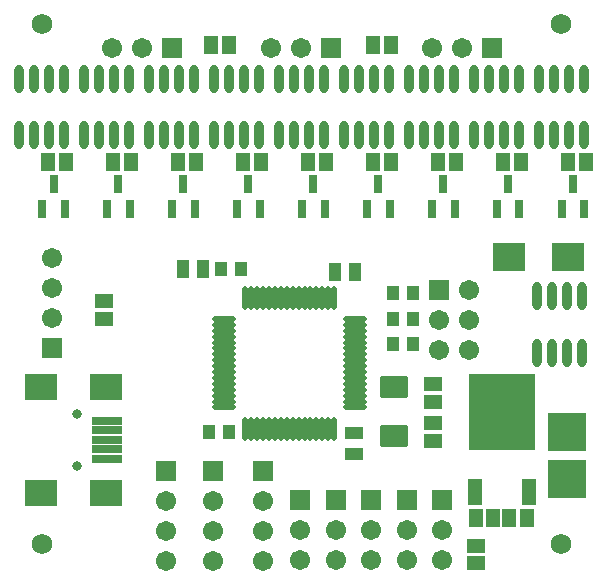
<source format=gts>
%FSLAX43Y43*%
%MOMM*%
G71*
G01*
G75*
G04 Layer_Color=8388736*
%ADD10R,0.900X1.000*%
%ADD11R,2.500X2.000*%
%ADD12R,2.300X0.500*%
%ADD13R,2.600X2.200*%
%ADD14R,0.900X1.400*%
%ADD15R,1.100X1.400*%
%ADD16O,0.600X2.200*%
%ADD17R,0.600X1.300*%
%ADD18R,1.400X1.100*%
G04:AMPARAMS|DCode=19|XSize=1.7mm|YSize=2.2mm|CornerRadius=0.043mm|HoleSize=0mm|Usage=FLASHONLY|Rotation=90.000|XOffset=0mm|YOffset=0mm|HoleType=Round|Shape=RoundedRectangle|*
%AMROUNDEDRECTD19*
21,1,1.700,2.115,0,0,90.0*
21,1,1.615,2.200,0,0,90.0*
1,1,0.085,1.058,0.808*
1,1,0.085,1.058,-0.808*
1,1,0.085,-1.058,-0.808*
1,1,0.085,-1.058,0.808*
%
%ADD19ROUNDEDRECTD19*%
%ADD20O,1.800X0.300*%
%ADD21O,0.300X1.800*%
%ADD22R,1.400X0.900*%
%ADD23R,1.000X2.100*%
%ADD24R,5.400X6.200*%
%ADD25C,0.254*%
%ADD26C,0.500*%
%ADD27C,1.000*%
%ADD28C,2.000*%
%ADD29C,0.600*%
%ADD30R,1.500X1.500*%
%ADD31C,1.500*%
%ADD32R,3.000X3.000*%
%ADD33R,1.500X1.500*%
%ADD34C,1.524*%
%ADD35C,1.270*%
%ADD36C,1.100*%
%ADD37C,1.000*%
%ADD38R,1.000X0.900*%
%ADD39C,0.250*%
%ADD40C,0.600*%
%ADD41C,0.200*%
%ADD42C,0.100*%
%ADD43C,0.400*%
%ADD44R,1.103X1.203*%
%ADD45R,2.703X2.203*%
%ADD46R,2.503X0.703*%
%ADD47R,2.803X2.403*%
%ADD48R,1.103X1.603*%
%ADD49R,1.303X1.603*%
%ADD50O,0.803X2.403*%
%ADD51R,0.803X1.503*%
%ADD52R,1.603X1.303*%
G04:AMPARAMS|DCode=53|XSize=1.903mm|YSize=2.403mm|CornerRadius=0.144mm|HoleSize=0mm|Usage=FLASHONLY|Rotation=90.000|XOffset=0mm|YOffset=0mm|HoleType=Round|Shape=RoundedRectangle|*
%AMROUNDEDRECTD53*
21,1,1.903,2.115,0,0,90.0*
21,1,1.615,2.403,0,0,90.0*
1,1,0.288,1.058,0.808*
1,1,0.288,1.058,-0.808*
1,1,0.288,-1.058,-0.808*
1,1,0.288,-1.058,0.808*
%
%ADD53ROUNDEDRECTD53*%
%ADD54O,2.003X0.503*%
%ADD55O,0.503X2.003*%
%ADD56R,1.603X1.103*%
%ADD57R,1.203X2.303*%
%ADD58R,5.603X6.403*%
%ADD59C,0.803*%
%ADD60R,1.703X1.703*%
%ADD61C,1.703*%
%ADD62R,3.203X3.203*%
%ADD63R,1.703X1.703*%
%ADD64C,1.727*%
%ADD65C,1.473*%
D44*
X17150Y12500D02*
D03*
X18850D02*
D03*
X32750Y24200D02*
D03*
X34450D02*
D03*
X18150Y26300D02*
D03*
X19850D02*
D03*
X32750Y19900D02*
D03*
X34450D02*
D03*
X32750Y22000D02*
D03*
X34450D02*
D03*
D45*
X8450Y7350D02*
D03*
Y16250D02*
D03*
X2950D02*
D03*
Y7350D02*
D03*
D46*
X8550Y10200D02*
D03*
Y11000D02*
D03*
Y11800D02*
D03*
Y12600D02*
D03*
Y13400D02*
D03*
D47*
X42600Y27300D02*
D03*
X47600D02*
D03*
D48*
X27850Y26000D02*
D03*
X29550D02*
D03*
X14950Y26300D02*
D03*
X16650D02*
D03*
D49*
X42050Y35300D02*
D03*
X43550D02*
D03*
X47550D02*
D03*
X49050D02*
D03*
X3550D02*
D03*
X5050D02*
D03*
X20050D02*
D03*
X21550D02*
D03*
X9050D02*
D03*
X10550D02*
D03*
X25550D02*
D03*
X27050D02*
D03*
X14550D02*
D03*
X16050D02*
D03*
X31050D02*
D03*
X32550D02*
D03*
X36550D02*
D03*
X38050D02*
D03*
X18850Y45200D02*
D03*
X17350D02*
D03*
X31050Y45200D02*
D03*
X32550D02*
D03*
X42550Y5200D02*
D03*
X44050D02*
D03*
X41250Y5200D02*
D03*
X39750D02*
D03*
D50*
X48905Y42400D02*
D03*
X47635D02*
D03*
X46365D02*
D03*
X45095D02*
D03*
X48905Y37600D02*
D03*
X47635D02*
D03*
X46365D02*
D03*
X45095D02*
D03*
X43405Y42400D02*
D03*
X42135D02*
D03*
X40865D02*
D03*
X39595D02*
D03*
X43405Y37600D02*
D03*
X42135D02*
D03*
X40865D02*
D03*
X39595D02*
D03*
X37905Y42400D02*
D03*
X36635D02*
D03*
X35365D02*
D03*
X34095D02*
D03*
X37905Y37600D02*
D03*
X36635D02*
D03*
X35365D02*
D03*
X34095D02*
D03*
X32405Y42400D02*
D03*
X31135D02*
D03*
X29865D02*
D03*
X28595D02*
D03*
X32405Y37600D02*
D03*
X31135D02*
D03*
X29865D02*
D03*
X28595D02*
D03*
X10405Y42400D02*
D03*
X9135D02*
D03*
X7865D02*
D03*
X6595D02*
D03*
X10405Y37600D02*
D03*
X9135D02*
D03*
X7865D02*
D03*
X6595D02*
D03*
X26905Y42400D02*
D03*
X25635D02*
D03*
X24365D02*
D03*
X23095D02*
D03*
X26905Y37600D02*
D03*
X25635D02*
D03*
X24365D02*
D03*
X23095D02*
D03*
X4905Y42400D02*
D03*
X3635D02*
D03*
X2365D02*
D03*
X1095D02*
D03*
X4905Y37600D02*
D03*
X3635D02*
D03*
X2365D02*
D03*
X1095D02*
D03*
X21405Y42400D02*
D03*
X20135D02*
D03*
X18865D02*
D03*
X17595D02*
D03*
X21405Y37600D02*
D03*
X20135D02*
D03*
X18865D02*
D03*
X17595D02*
D03*
X15905Y42400D02*
D03*
X14635D02*
D03*
X13365D02*
D03*
X12095D02*
D03*
X15905Y37600D02*
D03*
X14635D02*
D03*
X13365D02*
D03*
X12095D02*
D03*
X48705Y24000D02*
D03*
X47435D02*
D03*
X46165D02*
D03*
X44895D02*
D03*
X48705Y19200D02*
D03*
X47435D02*
D03*
X46165D02*
D03*
X44895D02*
D03*
D51*
X48000Y33450D02*
D03*
X48950Y31350D02*
D03*
X47050D02*
D03*
X42500Y33450D02*
D03*
X43450Y31350D02*
D03*
X41550D02*
D03*
X37000Y33450D02*
D03*
X37950Y31350D02*
D03*
X36050D02*
D03*
X15000Y33450D02*
D03*
X15950Y31350D02*
D03*
X14050D02*
D03*
X31500Y33450D02*
D03*
X32450Y31350D02*
D03*
X30550D02*
D03*
X9500Y33450D02*
D03*
X10450Y31350D02*
D03*
X8550D02*
D03*
X26000Y33450D02*
D03*
X26950Y31350D02*
D03*
X25050D02*
D03*
X4000Y33450D02*
D03*
X4950Y31350D02*
D03*
X3050D02*
D03*
X20500Y33450D02*
D03*
X21450Y31350D02*
D03*
X19550D02*
D03*
D52*
X8300Y23550D02*
D03*
Y22050D02*
D03*
X36100Y13250D02*
D03*
Y11750D02*
D03*
X36100Y15050D02*
D03*
Y16550D02*
D03*
X39800Y1350D02*
D03*
Y2850D02*
D03*
D53*
X32800Y12100D02*
D03*
Y16300D02*
D03*
D54*
X29550Y14550D02*
D03*
X29550Y15050D02*
D03*
Y15550D02*
D03*
Y16050D02*
D03*
Y16550D02*
D03*
Y17050D02*
D03*
Y17550D02*
D03*
Y18050D02*
D03*
Y18550D02*
D03*
Y19050D02*
D03*
Y19550D02*
D03*
X29550Y20050D02*
D03*
Y20550D02*
D03*
X29550Y21050D02*
D03*
Y21550D02*
D03*
Y22050D02*
D03*
X18450D02*
D03*
Y21550D02*
D03*
Y21050D02*
D03*
Y20550D02*
D03*
Y20050D02*
D03*
X18450Y19550D02*
D03*
Y19050D02*
D03*
Y18550D02*
D03*
X18450Y18050D02*
D03*
Y17550D02*
D03*
Y17050D02*
D03*
Y16550D02*
D03*
Y16050D02*
D03*
X18450Y15550D02*
D03*
Y15050D02*
D03*
X18450Y14550D02*
D03*
D55*
X27750Y23850D02*
D03*
X27250D02*
D03*
X26750D02*
D03*
X26250Y23850D02*
D03*
X25750D02*
D03*
X25250Y23850D02*
D03*
X24750D02*
D03*
X24250D02*
D03*
X23750D02*
D03*
X23250D02*
D03*
X22750D02*
D03*
X22250D02*
D03*
X21750D02*
D03*
X21250D02*
D03*
X20750D02*
D03*
X20250D02*
D03*
X20250Y12750D02*
D03*
X20750Y12750D02*
D03*
X21250D02*
D03*
X21750Y12750D02*
D03*
X22250D02*
D03*
X22750D02*
D03*
X23250D02*
D03*
X23750D02*
D03*
X24250Y12750D02*
D03*
X24750D02*
D03*
X25250Y12750D02*
D03*
X25750D02*
D03*
X26250D02*
D03*
X26750D02*
D03*
X27250D02*
D03*
X27750D02*
D03*
D56*
X29400Y10650D02*
D03*
Y12350D02*
D03*
D57*
X39715Y7425D02*
D03*
X44285Y7425D02*
D03*
D58*
X42000Y14175D02*
D03*
D59*
X5950Y14000D02*
D03*
Y9600D02*
D03*
D60*
X36900Y6740D02*
D03*
X33900D02*
D03*
X30900D02*
D03*
X3900Y19600D02*
D03*
X17500Y9200D02*
D03*
X36600Y24500D02*
D03*
X21700Y9200D02*
D03*
X24900Y6740D02*
D03*
X27900D02*
D03*
X13500Y9200D02*
D03*
D61*
X36900Y4200D02*
D03*
Y1660D02*
D03*
X33900Y4200D02*
D03*
Y1660D02*
D03*
X30900Y4200D02*
D03*
Y1660D02*
D03*
X3900Y27220D02*
D03*
Y24680D02*
D03*
Y22140D02*
D03*
X38560Y45000D02*
D03*
X36020D02*
D03*
X17500Y1580D02*
D03*
Y4120D02*
D03*
Y6660D02*
D03*
X24960Y45000D02*
D03*
X22420D02*
D03*
X11460D02*
D03*
X8920D02*
D03*
X39140Y19420D02*
D03*
X36600D02*
D03*
X39140Y21960D02*
D03*
X36600D02*
D03*
X39140Y24500D02*
D03*
X21700Y6660D02*
D03*
Y4120D02*
D03*
Y1580D02*
D03*
X24900Y1660D02*
D03*
Y4200D02*
D03*
X27900Y1660D02*
D03*
Y4200D02*
D03*
X13500Y6660D02*
D03*
Y4120D02*
D03*
Y1580D02*
D03*
D62*
X47500Y8500D02*
D03*
Y12500D02*
D03*
D63*
X41100Y45000D02*
D03*
X27500D02*
D03*
X14000D02*
D03*
D64*
X3000Y3000D02*
D03*
X47000D02*
D03*
Y47000D02*
D03*
X3000D02*
D03*
D65*
X42100Y14175D02*
D03*
Y16100D02*
D03*
Y12300D02*
D03*
M02*

</source>
